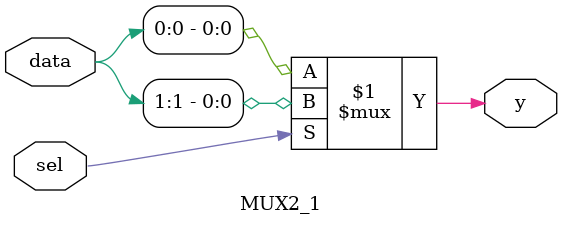
<source format=sv>
module MUX2_1(input [0:1] data, input sel, output y);

    assign y = (sel) ? data[1] : data[0];

endmodule
</source>
